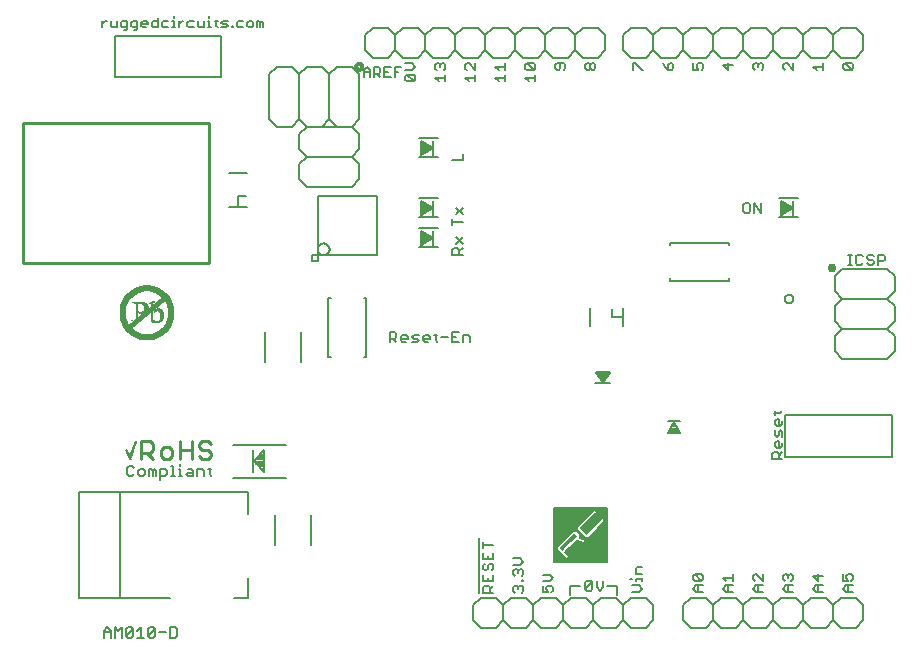
<source format=gto>
G75*
G70*
%OFA0B0*%
%FSLAX24Y24*%
%IPPOS*%
%LPD*%
%AMOC8*
5,1,8,0,0,1.08239X$1,22.5*
%
%ADD10C,0.0070*%
%ADD11C,0.0120*%
%ADD12C,0.0300*%
%ADD13C,0.0060*%
%ADD14C,0.0050*%
%ADD15C,0.0157*%
%ADD16C,0.0197*%
%ADD17R,0.0106X0.0571*%
%ADD18R,0.0035X0.0024*%
%ADD19R,0.0055X0.0024*%
%ADD20R,0.0098X0.0618*%
%ADD21C,0.0010*%
%ADD22C,0.0110*%
%ADD23R,0.0750X0.0330*%
%ADD24R,0.0090X0.0120*%
%ADD25R,0.0600X0.0080*%
%ADD26R,0.0080X0.0080*%
%ADD27C,0.0080*%
%ADD28C,0.0100*%
D10*
X030568Y002185D02*
X030568Y002485D01*
X030898Y002485D01*
X031798Y002485D02*
X032128Y002485D01*
X032128Y002185D01*
D11*
X023438Y019775D02*
X023440Y019795D01*
X023446Y019813D01*
X023455Y019831D01*
X023467Y019846D01*
X023482Y019858D01*
X023500Y019867D01*
X023518Y019873D01*
X023538Y019875D01*
X023558Y019873D01*
X023576Y019867D01*
X023594Y019858D01*
X023609Y019846D01*
X023621Y019831D01*
X023630Y019813D01*
X023636Y019795D01*
X023638Y019775D01*
X023636Y019755D01*
X023630Y019737D01*
X023621Y019719D01*
X023609Y019704D01*
X023594Y019692D01*
X023576Y019683D01*
X023558Y019677D01*
X023538Y019675D01*
X023518Y019677D01*
X023500Y019683D01*
X023482Y019692D01*
X023467Y019704D01*
X023455Y019719D01*
X023446Y019737D01*
X023440Y019755D01*
X023438Y019775D01*
D12*
X039298Y013085D03*
D13*
X039394Y012805D02*
X039644Y013055D01*
X041144Y013055D01*
X041394Y012805D01*
X041394Y012305D01*
X041144Y012055D01*
X039644Y012055D01*
X039394Y011805D01*
X039394Y011305D01*
X039644Y011055D01*
X039394Y010805D01*
X039394Y010305D01*
X039644Y010055D01*
X041144Y010055D01*
X041394Y010305D01*
X041394Y010805D01*
X041144Y011055D01*
X039644Y011055D01*
X041144Y011055D02*
X041394Y011305D01*
X041394Y011805D01*
X041144Y012055D01*
X039644Y012055D02*
X039394Y012305D01*
X039394Y012805D01*
X039843Y013180D02*
X039957Y013180D01*
X039900Y013180D02*
X039900Y013520D01*
X039843Y013520D02*
X039957Y013520D01*
X040089Y013464D02*
X040089Y013237D01*
X040146Y013180D01*
X040259Y013180D01*
X040316Y013237D01*
X040457Y013237D02*
X040514Y013180D01*
X040627Y013180D01*
X040684Y013237D01*
X040684Y013293D01*
X040627Y013350D01*
X040514Y013350D01*
X040457Y013407D01*
X040457Y013464D01*
X040514Y013520D01*
X040627Y013520D01*
X040684Y013464D01*
X040826Y013520D02*
X040996Y013520D01*
X041053Y013464D01*
X041053Y013350D01*
X040996Y013293D01*
X040826Y013293D01*
X040826Y013180D02*
X040826Y013520D01*
X040316Y013464D02*
X040259Y013520D01*
X040146Y013520D01*
X040089Y013464D01*
X038153Y014760D02*
X037524Y014760D01*
X037602Y014839D02*
X037996Y015075D01*
X037602Y015311D01*
X037602Y014839D01*
X037602Y014849D02*
X037619Y014849D01*
X037602Y014908D02*
X037717Y014908D01*
X037814Y014966D02*
X037602Y014966D01*
X037602Y015025D02*
X037912Y015025D01*
X037983Y015083D02*
X037602Y015083D01*
X037602Y015142D02*
X037885Y015142D01*
X037788Y015200D02*
X037602Y015200D01*
X037602Y015259D02*
X037690Y015259D01*
X037524Y015390D02*
X038153Y015390D01*
X037996Y015311D02*
X037996Y014839D01*
X036939Y014905D02*
X036939Y015245D01*
X036712Y015245D02*
X036712Y014905D01*
X036570Y014962D02*
X036570Y015189D01*
X036514Y015245D01*
X036400Y015245D01*
X036343Y015189D01*
X036343Y014962D01*
X036400Y014905D01*
X036514Y014905D01*
X036570Y014962D01*
X036712Y015245D02*
X036939Y014905D01*
X037718Y012046D02*
X037720Y012069D01*
X037726Y012092D01*
X037735Y012113D01*
X037748Y012133D01*
X037764Y012150D01*
X037782Y012164D01*
X037802Y012175D01*
X037824Y012183D01*
X037847Y012187D01*
X037871Y012187D01*
X037894Y012183D01*
X037916Y012175D01*
X037936Y012164D01*
X037954Y012150D01*
X037970Y012133D01*
X037983Y012113D01*
X037992Y012092D01*
X037998Y012069D01*
X038000Y012046D01*
X037998Y012023D01*
X037992Y012000D01*
X037983Y011979D01*
X037970Y011959D01*
X037954Y011942D01*
X037936Y011928D01*
X037916Y011917D01*
X037894Y011909D01*
X037871Y011905D01*
X037847Y011905D01*
X037824Y011909D01*
X037802Y011917D01*
X037782Y011928D01*
X037764Y011942D01*
X037748Y011959D01*
X037735Y011979D01*
X037726Y012000D01*
X037720Y012023D01*
X037718Y012046D01*
X031900Y009592D02*
X031663Y009238D01*
X031427Y009592D01*
X031900Y009592D01*
X031894Y009584D02*
X031433Y009584D01*
X031472Y009526D02*
X031855Y009526D01*
X031816Y009467D02*
X031511Y009467D01*
X031550Y009409D02*
X031777Y009409D01*
X031738Y009350D02*
X031589Y009350D01*
X031628Y009292D02*
X031699Y009292D01*
X031900Y009238D02*
X031408Y009238D01*
X027236Y010600D02*
X027236Y010770D01*
X027179Y010827D01*
X027009Y010827D01*
X027009Y010600D01*
X026867Y010600D02*
X026641Y010600D01*
X026641Y010940D01*
X026867Y010940D01*
X026754Y010770D02*
X026641Y010770D01*
X026499Y010770D02*
X026272Y010770D01*
X026140Y010827D02*
X026027Y010827D01*
X026083Y010884D02*
X026083Y010657D01*
X026140Y010600D01*
X025885Y010713D02*
X025658Y010713D01*
X025658Y010657D02*
X025658Y010770D01*
X025715Y010827D01*
X025829Y010827D01*
X025885Y010770D01*
X025885Y010713D01*
X025829Y010600D02*
X025715Y010600D01*
X025658Y010657D01*
X025517Y010657D02*
X025460Y010713D01*
X025347Y010713D01*
X025290Y010770D01*
X025347Y010827D01*
X025517Y010827D01*
X025517Y010657D02*
X025460Y010600D01*
X025290Y010600D01*
X025149Y010713D02*
X024922Y010713D01*
X024922Y010657D02*
X024922Y010770D01*
X024979Y010827D01*
X025092Y010827D01*
X025149Y010770D01*
X025149Y010713D01*
X025092Y010600D02*
X024979Y010600D01*
X024922Y010657D01*
X024780Y010600D02*
X024667Y010713D01*
X024724Y010713D02*
X024553Y010713D01*
X024553Y010600D02*
X024553Y010940D01*
X024724Y010940D01*
X024780Y010884D01*
X024780Y010770D01*
X024724Y010713D01*
X026643Y013518D02*
X026643Y013689D01*
X026700Y013745D01*
X026813Y013745D01*
X026870Y013689D01*
X026870Y013518D01*
X026983Y013518D02*
X026643Y013518D01*
X026870Y013632D02*
X026983Y013745D01*
X026983Y013887D02*
X026757Y014114D01*
X026983Y014114D02*
X026757Y013887D01*
X026153Y013760D02*
X025524Y013760D01*
X025602Y013839D02*
X025996Y014075D01*
X025602Y014311D01*
X025602Y013839D01*
X025602Y013855D02*
X025629Y013855D01*
X025602Y013913D02*
X025726Y013913D01*
X025824Y013972D02*
X025602Y013972D01*
X025602Y014030D02*
X025921Y014030D01*
X025973Y014089D02*
X025602Y014089D01*
X025602Y014147D02*
X025876Y014147D01*
X025778Y014206D02*
X025602Y014206D01*
X025602Y014264D02*
X025681Y014264D01*
X025524Y014390D02*
X026153Y014390D01*
X025996Y014311D02*
X025996Y013839D01*
X026643Y014493D02*
X026643Y014720D01*
X026643Y014607D02*
X026983Y014607D01*
X026983Y014862D02*
X026757Y015089D01*
X026983Y015089D02*
X026757Y014862D01*
X026153Y014760D02*
X025524Y014760D01*
X025602Y014839D02*
X025996Y015075D01*
X025602Y015311D01*
X025602Y014839D01*
X025602Y014849D02*
X025619Y014849D01*
X025602Y014908D02*
X025717Y014908D01*
X025814Y014966D02*
X025602Y014966D01*
X025602Y015025D02*
X025912Y015025D01*
X025983Y015083D02*
X025602Y015083D01*
X025602Y015142D02*
X025885Y015142D01*
X025788Y015200D02*
X025602Y015200D01*
X025602Y015259D02*
X025690Y015259D01*
X025524Y015390D02*
X026153Y015390D01*
X025996Y015311D02*
X025996Y014839D01*
X023538Y016025D02*
X023288Y015775D01*
X021788Y015775D01*
X021538Y016025D01*
X021538Y016525D01*
X021788Y016775D01*
X023288Y016775D01*
X023538Y017025D01*
X023538Y017525D01*
X023288Y017775D01*
X021788Y017775D01*
X021538Y017525D01*
X021538Y017025D01*
X021788Y016775D01*
X023288Y016775D02*
X023538Y016525D01*
X023538Y016025D01*
X025524Y016760D02*
X026153Y016760D01*
X025996Y016839D02*
X025996Y017311D01*
X026153Y017390D02*
X025524Y017390D01*
X025602Y017311D02*
X025996Y017075D01*
X025602Y016839D01*
X025602Y017311D01*
X025602Y017306D02*
X025611Y017306D01*
X025602Y017248D02*
X025708Y017248D01*
X025806Y017189D02*
X025602Y017189D01*
X025602Y017131D02*
X025903Y017131D01*
X025991Y017072D02*
X025602Y017072D01*
X025602Y017014D02*
X025894Y017014D01*
X025796Y016955D02*
X025602Y016955D01*
X025602Y016897D02*
X025699Y016897D01*
X026643Y016662D02*
X026983Y016662D01*
X026983Y016889D01*
X023538Y018025D02*
X023288Y017775D01*
X022788Y017775D01*
X022538Y018025D01*
X022538Y019525D01*
X022288Y019775D01*
X021788Y019775D01*
X021538Y019525D01*
X021288Y019775D01*
X020788Y019775D01*
X020538Y019525D01*
X020538Y018025D01*
X020788Y017775D01*
X021288Y017775D01*
X021538Y018025D01*
X021538Y019525D01*
X022538Y019525D02*
X022788Y019775D01*
X023288Y019775D01*
X023538Y019525D01*
X023538Y018025D01*
X022538Y018025D02*
X022288Y017775D01*
X021788Y017775D01*
X021538Y018025D01*
X025068Y019352D02*
X025068Y019465D01*
X025125Y019522D01*
X025352Y019295D01*
X025408Y019352D01*
X025408Y019465D01*
X025352Y019522D01*
X025125Y019522D01*
X025068Y019663D02*
X025295Y019663D01*
X025408Y019777D01*
X025295Y019890D01*
X025068Y019890D01*
X024927Y019760D02*
X024721Y019760D01*
X024721Y019450D01*
X024587Y019450D02*
X024380Y019450D01*
X024380Y019760D01*
X024587Y019760D01*
X024483Y019605D02*
X024380Y019605D01*
X024246Y019605D02*
X024194Y019553D01*
X024039Y019553D01*
X024039Y019450D02*
X024039Y019760D01*
X024194Y019760D01*
X024246Y019709D01*
X024246Y019605D01*
X024143Y019553D02*
X024246Y019450D01*
X023905Y019450D02*
X023905Y019657D01*
X023802Y019760D01*
X023698Y019657D01*
X023698Y019450D01*
X023698Y019605D02*
X023905Y019605D01*
X024721Y019605D02*
X024824Y019605D01*
X025068Y019352D02*
X025125Y019295D01*
X025352Y019295D01*
X026068Y019408D02*
X026408Y019408D01*
X026408Y019295D02*
X026408Y019522D01*
X026352Y019663D02*
X026408Y019720D01*
X026408Y019833D01*
X026352Y019890D01*
X026295Y019890D01*
X026238Y019833D01*
X026238Y019777D01*
X026238Y019833D02*
X026182Y019890D01*
X026125Y019890D01*
X026068Y019833D01*
X026068Y019720D01*
X026125Y019663D01*
X025988Y020075D02*
X025738Y020325D01*
X025488Y020075D01*
X024988Y020075D01*
X024738Y020325D01*
X024488Y020075D01*
X023988Y020075D01*
X023738Y020325D01*
X023738Y020825D01*
X023988Y021075D01*
X024488Y021075D01*
X024738Y020825D01*
X024988Y021075D01*
X025488Y021075D01*
X025738Y020825D01*
X025988Y021075D01*
X026488Y021075D01*
X026738Y020825D01*
X026988Y021075D01*
X027488Y021075D01*
X027738Y020825D01*
X027988Y021075D01*
X028488Y021075D01*
X028738Y020825D01*
X028988Y021075D01*
X029488Y021075D01*
X029738Y020825D01*
X029988Y021075D01*
X030488Y021075D01*
X030738Y020825D01*
X030988Y021075D01*
X031488Y021075D01*
X031738Y020825D01*
X031738Y020325D01*
X031488Y020075D01*
X030988Y020075D01*
X030738Y020325D01*
X030488Y020075D01*
X029988Y020075D01*
X029738Y020325D01*
X029738Y020825D01*
X028738Y020825D02*
X028738Y020325D01*
X028488Y020075D01*
X027988Y020075D01*
X027738Y020325D01*
X027488Y020075D01*
X026988Y020075D01*
X026738Y020325D01*
X026738Y020825D01*
X025738Y020825D02*
X025738Y020325D01*
X025988Y020075D02*
X026488Y020075D01*
X026738Y020325D01*
X027125Y019890D02*
X027068Y019833D01*
X027068Y019720D01*
X027125Y019663D01*
X027125Y019890D02*
X027182Y019890D01*
X027408Y019663D01*
X027408Y019890D01*
X027738Y020325D02*
X027738Y020825D01*
X028738Y020325D02*
X028988Y020075D01*
X029488Y020075D01*
X029738Y020325D01*
X030125Y019897D02*
X030068Y019840D01*
X030068Y019727D01*
X030125Y019670D01*
X030182Y019670D01*
X030238Y019727D01*
X030238Y019897D01*
X030125Y019897D02*
X030352Y019897D01*
X030408Y019840D01*
X030408Y019727D01*
X030352Y019670D01*
X031068Y019727D02*
X031068Y019840D01*
X031125Y019897D01*
X031182Y019897D01*
X031238Y019840D01*
X031238Y019727D01*
X031182Y019670D01*
X031125Y019670D01*
X031068Y019727D01*
X031238Y019727D02*
X031295Y019670D01*
X031352Y019670D01*
X031408Y019727D01*
X031408Y019840D01*
X031352Y019897D01*
X031295Y019897D01*
X031238Y019840D01*
X030738Y020325D02*
X030738Y020825D01*
X032338Y020825D02*
X032588Y021075D01*
X033088Y021075D01*
X033338Y020825D01*
X033588Y021075D01*
X034088Y021075D01*
X034338Y020825D01*
X034588Y021075D01*
X035088Y021075D01*
X035338Y020825D01*
X035588Y021075D01*
X036088Y021075D01*
X036338Y020825D01*
X036588Y021075D01*
X037088Y021075D01*
X037338Y020825D01*
X037588Y021075D01*
X038088Y021075D01*
X038338Y020825D01*
X038588Y021075D01*
X039088Y021075D01*
X039338Y020825D01*
X039588Y021075D01*
X040088Y021075D01*
X040338Y020825D01*
X040338Y020325D01*
X040088Y020075D01*
X039588Y020075D01*
X039338Y020325D01*
X039088Y020075D01*
X038588Y020075D01*
X038338Y020325D01*
X038338Y020825D01*
X039338Y020825D02*
X039338Y020325D01*
X039008Y019897D02*
X039008Y019670D01*
X039008Y019783D02*
X038668Y019783D01*
X038782Y019670D01*
X038008Y019670D02*
X037782Y019897D01*
X037725Y019897D01*
X037668Y019840D01*
X037668Y019727D01*
X037725Y019670D01*
X038008Y019670D02*
X038008Y019897D01*
X038088Y020075D02*
X037588Y020075D01*
X037338Y020325D01*
X037088Y020075D01*
X036588Y020075D01*
X036338Y020325D01*
X036088Y020075D01*
X035588Y020075D01*
X035338Y020325D01*
X035338Y020825D01*
X036338Y020825D02*
X036338Y020325D01*
X036725Y019897D02*
X036782Y019897D01*
X036838Y019840D01*
X036895Y019897D01*
X036952Y019897D01*
X037008Y019840D01*
X037008Y019727D01*
X036952Y019670D01*
X036838Y019783D02*
X036838Y019840D01*
X036725Y019897D02*
X036668Y019840D01*
X036668Y019727D01*
X036725Y019670D01*
X036008Y019840D02*
X035668Y019840D01*
X035838Y019670D01*
X035838Y019897D01*
X035338Y020325D02*
X035088Y020075D01*
X034588Y020075D01*
X034338Y020325D01*
X034088Y020075D01*
X033588Y020075D01*
X033338Y020325D01*
X033088Y020075D01*
X032588Y020075D01*
X032338Y020325D01*
X032338Y020825D01*
X033338Y020825D02*
X033338Y020325D01*
X033668Y019897D02*
X033725Y019783D01*
X033838Y019670D01*
X033838Y019840D01*
X033895Y019897D01*
X033952Y019897D01*
X034008Y019840D01*
X034008Y019727D01*
X033952Y019670D01*
X033838Y019670D01*
X033008Y019670D02*
X032952Y019670D01*
X032725Y019897D01*
X032668Y019897D01*
X032668Y019670D01*
X034338Y020325D02*
X034338Y020825D01*
X034668Y019897D02*
X034668Y019670D01*
X034838Y019670D01*
X034782Y019783D01*
X034782Y019840D01*
X034838Y019897D01*
X034952Y019897D01*
X035008Y019840D01*
X035008Y019727D01*
X034952Y019670D01*
X037338Y020325D02*
X037338Y020825D01*
X038088Y020075D02*
X038338Y020325D01*
X039668Y019840D02*
X039725Y019897D01*
X039952Y019670D01*
X040008Y019727D01*
X040008Y019840D01*
X039952Y019897D01*
X039725Y019897D01*
X039668Y019840D02*
X039668Y019727D01*
X039725Y019670D01*
X039952Y019670D01*
X029408Y019720D02*
X029352Y019663D01*
X029125Y019890D01*
X029352Y019890D01*
X029408Y019833D01*
X029408Y019720D01*
X029352Y019663D02*
X029125Y019663D01*
X029068Y019720D01*
X029068Y019833D01*
X029125Y019890D01*
X028408Y019890D02*
X028408Y019663D01*
X028408Y019777D02*
X028068Y019777D01*
X028182Y019663D01*
X028408Y019522D02*
X028408Y019295D01*
X028408Y019408D02*
X028068Y019408D01*
X028182Y019295D01*
X027408Y019295D02*
X027408Y019522D01*
X027408Y019408D02*
X027068Y019408D01*
X027182Y019295D01*
X026182Y019295D02*
X026068Y019408D01*
X024738Y020325D02*
X024738Y020825D01*
X020342Y021095D02*
X020342Y021250D01*
X020291Y021302D01*
X020239Y021250D01*
X020239Y021095D01*
X020136Y021095D02*
X020136Y021302D01*
X020187Y021302D01*
X020239Y021250D01*
X020002Y021250D02*
X019950Y021302D01*
X019847Y021302D01*
X019795Y021250D01*
X019795Y021147D01*
X019847Y021095D01*
X019950Y021095D01*
X020002Y021147D01*
X020002Y021250D01*
X019661Y021302D02*
X019506Y021302D01*
X019454Y021250D01*
X019454Y021147D01*
X019506Y021095D01*
X019661Y021095D01*
X019336Y021095D02*
X019284Y021095D01*
X019284Y021147D01*
X019336Y021147D01*
X019336Y021095D01*
X019150Y021147D02*
X019098Y021198D01*
X018995Y021198D01*
X018943Y021250D01*
X018995Y021302D01*
X019150Y021302D01*
X019150Y021147D02*
X019098Y021095D01*
X018943Y021095D01*
X018819Y021095D02*
X018768Y021147D01*
X018768Y021354D01*
X018819Y021302D02*
X018716Y021302D01*
X018541Y021302D02*
X018541Y021095D01*
X018592Y021095D02*
X018489Y021095D01*
X018355Y021095D02*
X018355Y021302D01*
X018489Y021302D02*
X018541Y021302D01*
X018541Y021405D02*
X018541Y021457D01*
X018355Y021095D02*
X018200Y021095D01*
X018148Y021147D01*
X018148Y021302D01*
X018014Y021302D02*
X017859Y021302D01*
X017808Y021250D01*
X017808Y021147D01*
X017859Y021095D01*
X018014Y021095D01*
X017679Y021302D02*
X017627Y021302D01*
X017524Y021198D01*
X017524Y021095D02*
X017524Y021302D01*
X017348Y021302D02*
X017348Y021095D01*
X017297Y021095D02*
X017400Y021095D01*
X017348Y021302D02*
X017297Y021302D01*
X017348Y021405D02*
X017348Y021457D01*
X017163Y021302D02*
X017008Y021302D01*
X016956Y021250D01*
X016956Y021147D01*
X017008Y021095D01*
X017163Y021095D01*
X016822Y021095D02*
X016822Y021405D01*
X016822Y021302D02*
X016667Y021302D01*
X016615Y021250D01*
X016615Y021147D01*
X016667Y021095D01*
X016822Y021095D01*
X016481Y021198D02*
X016274Y021198D01*
X016274Y021147D02*
X016274Y021250D01*
X016326Y021302D01*
X016430Y021302D01*
X016481Y021250D01*
X016481Y021198D01*
X016430Y021095D02*
X016326Y021095D01*
X016274Y021147D01*
X016141Y021095D02*
X015985Y021095D01*
X015934Y021147D01*
X015934Y021250D01*
X015985Y021302D01*
X016141Y021302D01*
X016141Y021043D01*
X016089Y020992D01*
X016037Y020992D01*
X015800Y021043D02*
X015748Y020992D01*
X015696Y020992D01*
X015645Y021095D02*
X015800Y021095D01*
X015800Y021043D02*
X015800Y021302D01*
X015645Y021302D01*
X015593Y021250D01*
X015593Y021147D01*
X015645Y021095D01*
X015459Y021095D02*
X015459Y021302D01*
X015252Y021302D02*
X015252Y021147D01*
X015304Y021095D01*
X015459Y021095D01*
X015124Y021302D02*
X015072Y021302D01*
X014968Y021198D01*
X014968Y021095D02*
X014968Y021302D01*
X029068Y019408D02*
X029408Y019408D01*
X029408Y019295D02*
X029408Y019522D01*
X029182Y019295D02*
X029068Y019408D01*
X037407Y008292D02*
X037407Y008178D01*
X037350Y008235D02*
X037577Y008235D01*
X037633Y008292D01*
X037520Y008037D02*
X037463Y008037D01*
X037407Y007980D01*
X037407Y007867D01*
X037463Y007810D01*
X037577Y007810D01*
X037633Y007867D01*
X037633Y007980D01*
X037520Y008037D02*
X037520Y007810D01*
X037577Y007668D02*
X037520Y007612D01*
X037520Y007498D01*
X037463Y007442D01*
X037407Y007498D01*
X037407Y007668D01*
X037577Y007668D02*
X037633Y007612D01*
X037633Y007442D01*
X037520Y007300D02*
X037463Y007300D01*
X037407Y007243D01*
X037407Y007130D01*
X037463Y007073D01*
X037577Y007073D01*
X037633Y007130D01*
X037633Y007243D01*
X037520Y007300D02*
X037520Y007073D01*
X037463Y006932D02*
X037520Y006875D01*
X037520Y006705D01*
X037520Y006818D02*
X037633Y006932D01*
X037463Y006932D02*
X037350Y006932D01*
X037293Y006875D01*
X037293Y006705D01*
X037633Y006705D01*
X031799Y005065D02*
X031576Y004842D01*
X031714Y004704D01*
X031714Y004598D01*
X030473Y003357D01*
X030547Y003283D01*
X031799Y003283D01*
X031799Y005065D01*
X031788Y005054D02*
X031555Y004863D01*
X031555Y004885D01*
X031438Y005001D01*
X031396Y005001D01*
X031332Y005065D01*
X031778Y005065D01*
X031788Y005054D01*
X031799Y005021D02*
X031755Y005021D01*
X031748Y005021D02*
X031376Y005021D01*
X031352Y005021D02*
X030028Y005021D01*
X030028Y005054D02*
X030028Y003718D01*
X030038Y003707D01*
X031385Y005054D01*
X030028Y005054D01*
X030038Y005065D02*
X031322Y005054D01*
X031311Y005065D01*
X030038Y005065D01*
X030028Y004963D02*
X031293Y004963D01*
X031329Y004984D02*
X031385Y004998D01*
X031428Y004984D01*
X031703Y004708D01*
X031703Y004595D01*
X031194Y004086D01*
X031159Y004064D01*
X031152Y004071D01*
X031081Y004071D01*
X031081Y004015D02*
X030918Y004121D01*
X030897Y004114D02*
X030897Y004170D01*
X030890Y004107D01*
X030883Y004071D01*
X031053Y004015D01*
X031081Y003972D01*
X031017Y003909D01*
X031017Y003895D01*
X030784Y003972D01*
X030402Y003591D01*
X030551Y003442D01*
X030480Y003371D01*
X030499Y003383D02*
X031799Y003383D01*
X031799Y003325D02*
X030506Y003325D01*
X030505Y003283D02*
X030038Y003283D01*
X030028Y003294D01*
X030028Y003760D01*
X030505Y003283D01*
X030526Y003283D02*
X030547Y003283D01*
X030463Y003325D02*
X030028Y003325D01*
X030028Y003383D02*
X030405Y003383D01*
X030438Y003357D02*
X030119Y003675D01*
X030119Y003774D01*
X030657Y004312D01*
X030724Y004322D01*
X030798Y004298D01*
X031081Y004015D01*
X031124Y004015D02*
X030805Y004333D01*
X030791Y004361D01*
X030791Y004375D01*
X030770Y004411D01*
X030763Y004418D01*
X031329Y004984D01*
X031235Y004904D02*
X030028Y004904D01*
X030028Y004846D02*
X031176Y004846D01*
X031118Y004787D02*
X030028Y004787D01*
X030028Y004729D02*
X031059Y004729D01*
X031001Y004670D02*
X030028Y004670D01*
X030028Y004612D02*
X030942Y004612D01*
X030884Y004553D02*
X030028Y004553D01*
X030028Y004495D02*
X030825Y004495D01*
X030795Y004421D02*
X030795Y004379D01*
X030763Y004375D02*
X030735Y004347D01*
X030784Y004312D01*
X030798Y004298D01*
X030855Y004241D01*
X030890Y004177D01*
X030897Y004170D01*
X030897Y004199D01*
X030855Y004241D01*
X030784Y004312D02*
X030777Y004319D01*
X030664Y004319D01*
X030657Y004312D01*
X030650Y004319D02*
X030028Y004319D01*
X030028Y004261D02*
X030591Y004261D01*
X030533Y004202D02*
X030028Y004202D01*
X030028Y004144D02*
X030474Y004144D01*
X030416Y004085D02*
X030028Y004085D01*
X030028Y004027D02*
X030357Y004027D01*
X030299Y003968D02*
X030028Y003968D01*
X030028Y003910D02*
X030240Y003910D01*
X030182Y003851D02*
X030028Y003851D01*
X030028Y003793D02*
X030123Y003793D01*
X030065Y003734D02*
X030028Y003734D01*
X030054Y003734D01*
X030028Y003676D02*
X030112Y003676D01*
X030171Y003617D02*
X030028Y003617D01*
X030028Y003559D02*
X030229Y003559D01*
X030288Y003500D02*
X030028Y003500D01*
X030028Y003442D02*
X030346Y003442D01*
X030473Y003576D02*
X030459Y003591D01*
X030798Y003930D01*
X030954Y003888D01*
X030558Y003492D01*
X030473Y003576D01*
X030491Y003559D02*
X030625Y003559D01*
X030674Y003559D02*
X031799Y003559D01*
X031799Y003617D02*
X030733Y003617D01*
X030683Y003617D02*
X030485Y003617D01*
X030544Y003676D02*
X030742Y003676D01*
X030791Y003676D02*
X031799Y003676D01*
X031799Y003734D02*
X030850Y003734D01*
X030800Y003734D02*
X030602Y003734D01*
X030661Y003793D02*
X030859Y003793D01*
X030908Y003793D02*
X031799Y003793D01*
X031799Y003851D02*
X030967Y003851D01*
X030917Y003851D02*
X030719Y003851D01*
X030778Y003910D02*
X030873Y003910D01*
X031025Y003910D02*
X031799Y003910D01*
X031799Y003968D02*
X031084Y003968D01*
X031142Y004027D02*
X031799Y004027D01*
X031799Y004085D02*
X031201Y004085D01*
X031259Y004144D02*
X031799Y004144D01*
X031799Y004202D02*
X031318Y004202D01*
X031376Y004261D02*
X031799Y004261D01*
X031799Y004319D02*
X031435Y004319D01*
X031493Y004378D02*
X031799Y004378D01*
X031799Y004436D02*
X031552Y004436D01*
X031610Y004495D02*
X031799Y004495D01*
X031799Y004553D02*
X031669Y004553D01*
X031714Y004612D02*
X031799Y004612D01*
X031799Y004670D02*
X031714Y004670D01*
X031690Y004729D02*
X031799Y004729D01*
X031799Y004787D02*
X031631Y004787D01*
X031633Y004722D02*
X031442Y004913D01*
X031477Y004963D02*
X031676Y004963D01*
X031696Y004963D02*
X031799Y004963D01*
X031799Y004904D02*
X031638Y004904D01*
X031605Y004904D02*
X031535Y004904D01*
X031579Y004846D02*
X031799Y004846D01*
X030767Y004436D02*
X030028Y004436D01*
X030028Y004378D02*
X030708Y004378D01*
X030763Y004375D02*
X030805Y004333D01*
X030713Y004184D02*
X030749Y004149D01*
X030749Y004135D01*
X030303Y003690D01*
X030282Y003711D01*
X030261Y003732D02*
X030713Y004184D01*
X030616Y003500D02*
X031799Y003500D01*
X031799Y003442D02*
X030557Y003442D01*
X030549Y003500D02*
X030566Y003500D01*
X029013Y003289D02*
X028900Y003176D01*
X028673Y003176D01*
X028730Y003034D02*
X028787Y003034D01*
X028843Y002978D01*
X028900Y003034D01*
X028957Y003034D01*
X029013Y002978D01*
X029013Y002864D01*
X028957Y002807D01*
X028957Y002680D02*
X029013Y002680D01*
X029013Y002623D01*
X028957Y002623D01*
X028957Y002680D01*
X028957Y002482D02*
X029013Y002425D01*
X029013Y002312D01*
X028957Y002255D01*
X028843Y002368D02*
X028843Y002425D01*
X028900Y002482D01*
X028957Y002482D01*
X028843Y002425D02*
X028787Y002482D01*
X028730Y002482D01*
X028673Y002425D01*
X028673Y002312D01*
X028730Y002255D01*
X028588Y002075D02*
X029088Y002075D01*
X029338Y001825D01*
X029338Y001325D01*
X029088Y001075D01*
X028588Y001075D01*
X028338Y001325D01*
X028088Y001075D01*
X027588Y001075D01*
X027338Y001325D01*
X027338Y001825D01*
X027588Y002075D01*
X028088Y002075D01*
X028338Y001825D01*
X028588Y002075D01*
X028338Y001825D02*
X028338Y001325D01*
X029338Y001325D02*
X029588Y001075D01*
X030088Y001075D01*
X030338Y001325D01*
X030588Y001075D01*
X031088Y001075D01*
X031338Y001325D01*
X031588Y001075D01*
X032088Y001075D01*
X032338Y001325D01*
X032588Y001075D01*
X033088Y001075D01*
X033338Y001325D01*
X033338Y001825D01*
X033088Y002075D01*
X032588Y002075D01*
X032338Y001825D01*
X032338Y001325D01*
X032338Y001825D02*
X032088Y002075D01*
X031588Y002075D01*
X031338Y001825D01*
X031338Y001325D01*
X030338Y001325D02*
X030338Y001825D01*
X030588Y002075D01*
X031088Y002075D01*
X031338Y001825D01*
X030338Y001825D02*
X030088Y002075D01*
X029588Y002075D01*
X029338Y001825D01*
X029658Y002260D02*
X029828Y002260D01*
X029772Y002373D01*
X029772Y002430D01*
X029828Y002487D01*
X029942Y002487D01*
X029998Y002430D01*
X029998Y002317D01*
X029942Y002260D01*
X029658Y002260D02*
X029658Y002487D01*
X029658Y002628D02*
X029885Y002628D01*
X029998Y002742D01*
X029885Y002855D01*
X029658Y002855D01*
X028843Y002921D02*
X028843Y002978D01*
X028730Y003034D02*
X028673Y002978D01*
X028673Y002864D01*
X028730Y002807D01*
X028003Y002850D02*
X028003Y002623D01*
X027663Y002623D01*
X027663Y002850D01*
X027720Y002992D02*
X027777Y002992D01*
X027833Y003048D01*
X027833Y003162D01*
X027890Y003218D01*
X027947Y003218D01*
X028003Y003162D01*
X028003Y003048D01*
X027947Y002992D01*
X027720Y002992D02*
X027663Y003048D01*
X027663Y003162D01*
X027720Y003218D01*
X027663Y003360D02*
X028003Y003360D01*
X028003Y003587D01*
X027833Y003473D02*
X027833Y003360D01*
X027663Y003360D02*
X027663Y003587D01*
X027663Y003728D02*
X027663Y003955D01*
X027663Y003842D02*
X028003Y003842D01*
X027543Y004067D02*
X027543Y002225D01*
X027663Y002255D02*
X027663Y002425D01*
X027720Y002482D01*
X027833Y002482D01*
X027890Y002425D01*
X027890Y002255D01*
X027890Y002368D02*
X028003Y002482D01*
X027833Y002623D02*
X027833Y002737D01*
X028003Y002255D02*
X027663Y002255D01*
X031078Y002372D02*
X031305Y002599D01*
X031305Y002372D01*
X031249Y002315D01*
X031135Y002315D01*
X031078Y002372D01*
X031078Y002599D01*
X031135Y002655D01*
X031249Y002655D01*
X031305Y002599D01*
X031447Y002655D02*
X031447Y002428D01*
X031560Y002315D01*
X031674Y002428D01*
X031674Y002655D01*
X032576Y002690D02*
X032633Y002690D01*
X032747Y002690D02*
X032973Y002690D01*
X032973Y002633D02*
X032973Y002747D01*
X032973Y002879D02*
X032747Y002879D01*
X032747Y003049D01*
X032803Y003106D01*
X032973Y003106D01*
X032747Y002690D02*
X032747Y002633D01*
X032860Y002492D02*
X032633Y002492D01*
X032633Y002265D02*
X032860Y002265D01*
X032973Y002378D01*
X032860Y002492D01*
X034338Y001825D02*
X034588Y002075D01*
X035088Y002075D01*
X035338Y001825D01*
X035588Y002075D01*
X036088Y002075D01*
X036338Y001825D01*
X036338Y001325D01*
X036088Y001075D01*
X035588Y001075D01*
X035338Y001325D01*
X035088Y001075D01*
X034588Y001075D01*
X034338Y001325D01*
X034338Y001825D01*
X034772Y002265D02*
X034658Y002378D01*
X034772Y002492D01*
X034998Y002492D01*
X034942Y002633D02*
X034715Y002860D01*
X034942Y002860D01*
X034998Y002803D01*
X034998Y002690D01*
X034942Y002633D01*
X034715Y002633D01*
X034658Y002690D01*
X034658Y002803D01*
X034715Y002860D01*
X035658Y002747D02*
X035998Y002747D01*
X035998Y002860D02*
X035998Y002633D01*
X035998Y002492D02*
X035772Y002492D01*
X035658Y002378D01*
X035772Y002265D01*
X035998Y002265D01*
X035828Y002265D02*
X035828Y002492D01*
X035772Y002633D02*
X035658Y002747D01*
X034828Y002492D02*
X034828Y002265D01*
X034772Y002265D02*
X034998Y002265D01*
X035338Y001825D02*
X035338Y001325D01*
X036338Y001325D02*
X036588Y001075D01*
X037088Y001075D01*
X037338Y001325D01*
X037588Y001075D01*
X038088Y001075D01*
X038338Y001325D01*
X038588Y001075D01*
X039088Y001075D01*
X039338Y001325D01*
X039588Y001075D01*
X040088Y001075D01*
X040338Y001325D01*
X040338Y001825D01*
X040088Y002075D01*
X039588Y002075D01*
X039338Y001825D01*
X039338Y001325D01*
X038338Y001325D02*
X038338Y001825D01*
X038588Y002075D01*
X039088Y002075D01*
X039338Y001825D01*
X038338Y001825D02*
X038088Y002075D01*
X037588Y002075D01*
X037338Y001825D01*
X037338Y001325D01*
X037338Y001825D02*
X037088Y002075D01*
X036588Y002075D01*
X036338Y001825D01*
X036772Y002265D02*
X036658Y002378D01*
X036772Y002492D01*
X036998Y002492D01*
X036998Y002633D02*
X036772Y002860D01*
X036715Y002860D01*
X036658Y002803D01*
X036658Y002690D01*
X036715Y002633D01*
X036828Y002492D02*
X036828Y002265D01*
X036772Y002265D02*
X036998Y002265D01*
X037658Y002378D02*
X037772Y002492D01*
X037998Y002492D01*
X037942Y002633D02*
X037998Y002690D01*
X037998Y002803D01*
X037942Y002860D01*
X037885Y002860D01*
X037828Y002803D01*
X037828Y002747D01*
X037828Y002803D02*
X037772Y002860D01*
X037715Y002860D01*
X037658Y002803D01*
X037658Y002690D01*
X037715Y002633D01*
X037828Y002492D02*
X037828Y002265D01*
X037772Y002265D02*
X037658Y002378D01*
X037772Y002265D02*
X037998Y002265D01*
X038658Y002378D02*
X038772Y002492D01*
X038998Y002492D01*
X038828Y002492D02*
X038828Y002265D01*
X038772Y002265D02*
X038658Y002378D01*
X038772Y002265D02*
X038998Y002265D01*
X039658Y002378D02*
X039772Y002492D01*
X039998Y002492D01*
X039942Y002633D02*
X039998Y002690D01*
X039998Y002803D01*
X039942Y002860D01*
X039828Y002860D01*
X039772Y002803D01*
X039772Y002747D01*
X039828Y002633D01*
X039658Y002633D01*
X039658Y002860D01*
X038998Y002803D02*
X038658Y002803D01*
X038828Y002633D01*
X038828Y002860D01*
X039658Y002378D02*
X039772Y002265D01*
X039998Y002265D01*
X039828Y002265D02*
X039828Y002492D01*
X036998Y002633D02*
X036998Y002860D01*
X029013Y003289D02*
X028900Y003403D01*
X028673Y003403D01*
X018613Y006135D02*
X018556Y006192D01*
X018556Y006419D01*
X018499Y006362D02*
X018613Y006362D01*
X018358Y006305D02*
X018358Y006135D01*
X018358Y006305D02*
X018301Y006362D01*
X018131Y006362D01*
X018131Y006135D01*
X017990Y006135D02*
X017820Y006135D01*
X017763Y006192D01*
X017820Y006248D01*
X017990Y006248D01*
X017990Y006305D02*
X017990Y006135D01*
X017990Y006305D02*
X017933Y006362D01*
X017820Y006362D01*
X017574Y006362D02*
X017574Y006135D01*
X017517Y006135D02*
X017631Y006135D01*
X017574Y006362D02*
X017517Y006362D01*
X017574Y006475D02*
X017574Y006532D01*
X017328Y006475D02*
X017328Y006135D01*
X017272Y006135D02*
X017385Y006135D01*
X017130Y006192D02*
X017074Y006135D01*
X016903Y006135D01*
X016903Y006022D02*
X016903Y006362D01*
X017074Y006362D01*
X017130Y006305D01*
X017130Y006192D01*
X016762Y006135D02*
X016762Y006305D01*
X016705Y006362D01*
X016649Y006305D01*
X016649Y006135D01*
X016535Y006135D02*
X016535Y006362D01*
X016592Y006362D01*
X016649Y006305D01*
X016394Y006305D02*
X016337Y006362D01*
X016224Y006362D01*
X016167Y006305D01*
X016167Y006192D01*
X016224Y006135D01*
X016337Y006135D01*
X016394Y006192D01*
X016394Y006305D01*
X016025Y006192D02*
X015969Y006135D01*
X015855Y006135D01*
X015798Y006192D01*
X015798Y006419D01*
X015855Y006475D01*
X015969Y006475D01*
X016025Y006419D01*
X015908Y006695D02*
X016098Y007295D01*
X015898Y006795D01*
X015768Y007005D01*
X015908Y006695D01*
X015916Y006718D02*
X015898Y006718D01*
X015872Y006776D02*
X015934Y006776D01*
X015953Y006835D02*
X015914Y006835D01*
X015874Y006835D02*
X015845Y006835D01*
X015838Y006893D02*
X015819Y006893D01*
X015802Y006952D02*
X015793Y006952D01*
X015938Y006893D02*
X015971Y006893D01*
X015961Y006952D02*
X015990Y006952D01*
X015984Y007010D02*
X016008Y007010D01*
X016008Y007069D02*
X016027Y007069D01*
X016031Y007127D02*
X016045Y007127D01*
X016055Y007186D02*
X016064Y007186D01*
X016078Y007244D02*
X016082Y007244D01*
X017272Y006475D02*
X017328Y006475D01*
X017409Y001095D02*
X017238Y001095D01*
X017238Y000755D01*
X017409Y000755D01*
X017465Y000812D01*
X017465Y001039D01*
X017409Y001095D01*
X017097Y000925D02*
X016870Y000925D01*
X016729Y000812D02*
X016672Y000755D01*
X016558Y000755D01*
X016502Y000812D01*
X016729Y001039D01*
X016729Y000812D01*
X016729Y001039D02*
X016672Y001095D01*
X016558Y001095D01*
X016502Y001039D01*
X016502Y000812D01*
X016360Y000755D02*
X016133Y000755D01*
X016247Y000755D02*
X016247Y001095D01*
X016133Y000982D01*
X015992Y001039D02*
X015765Y000812D01*
X015822Y000755D01*
X015935Y000755D01*
X015992Y000812D01*
X015992Y001039D01*
X015935Y001095D01*
X015822Y001095D01*
X015765Y001039D01*
X015765Y000812D01*
X015624Y000755D02*
X015624Y001095D01*
X015510Y000982D01*
X015397Y001095D01*
X015397Y000755D01*
X015255Y000755D02*
X015255Y000982D01*
X015142Y001095D01*
X015028Y000982D01*
X015028Y000755D01*
X015028Y000925D02*
X015255Y000925D01*
D14*
X014185Y002073D02*
X017245Y002073D01*
X015555Y002083D02*
X015555Y005617D01*
X014185Y005617D01*
X014185Y002073D01*
X019370Y002073D02*
X019815Y002073D01*
X019815Y002750D01*
X019815Y004875D02*
X019815Y005617D01*
X015555Y005617D01*
X037746Y006786D02*
X037746Y008164D01*
X041290Y008164D01*
X041290Y006786D01*
X037746Y006786D01*
X022154Y013304D02*
X021957Y013304D01*
X021957Y013501D01*
X022154Y013501D01*
X022154Y013304D01*
X022154Y013501D02*
X024123Y013501D01*
X024123Y015469D01*
X022154Y015469D01*
X022154Y013501D01*
X022154Y013698D02*
X022156Y013725D01*
X022162Y013752D01*
X022171Y013778D01*
X022184Y013802D01*
X022200Y013825D01*
X022219Y013844D01*
X022241Y013861D01*
X022265Y013875D01*
X022290Y013885D01*
X022317Y013892D01*
X022344Y013895D01*
X022372Y013894D01*
X022399Y013889D01*
X022425Y013881D01*
X022449Y013869D01*
X022472Y013853D01*
X022493Y013835D01*
X022510Y013814D01*
X022525Y013790D01*
X022536Y013765D01*
X022544Y013739D01*
X022548Y013712D01*
X022548Y013684D01*
X022544Y013657D01*
X022536Y013631D01*
X022525Y013606D01*
X022510Y013582D01*
X022493Y013561D01*
X022472Y013543D01*
X022450Y013527D01*
X022425Y013515D01*
X022399Y013507D01*
X022372Y013502D01*
X022344Y013501D01*
X022317Y013504D01*
X022290Y013511D01*
X022265Y013521D01*
X022241Y013535D01*
X022219Y013552D01*
X022200Y013571D01*
X022184Y013594D01*
X022171Y013618D01*
X022162Y013644D01*
X022156Y013671D01*
X022154Y013698D01*
X018940Y019426D02*
X015396Y019426D01*
X015396Y020804D01*
X018940Y020804D01*
X018940Y019426D01*
D15*
X017018Y012071D02*
X015873Y011111D01*
D16*
X015648Y011579D02*
X015650Y011636D01*
X015656Y011692D01*
X015666Y011748D01*
X015680Y011804D01*
X015697Y011858D01*
X015718Y011910D01*
X015743Y011962D01*
X015772Y012011D01*
X015804Y012058D01*
X015839Y012103D01*
X015877Y012145D01*
X015918Y012185D01*
X015961Y012221D01*
X016007Y012255D01*
X016055Y012285D01*
X016106Y012312D01*
X016158Y012335D01*
X016211Y012354D01*
X016266Y012370D01*
X016321Y012382D01*
X016378Y012390D01*
X016435Y012394D01*
X016491Y012394D01*
X016548Y012390D01*
X016605Y012382D01*
X016660Y012370D01*
X016715Y012354D01*
X016768Y012335D01*
X016820Y012312D01*
X016870Y012285D01*
X016919Y012255D01*
X016965Y012221D01*
X017008Y012185D01*
X017049Y012145D01*
X017087Y012103D01*
X017122Y012058D01*
X017154Y012011D01*
X017183Y011962D01*
X017208Y011910D01*
X017229Y011858D01*
X017246Y011804D01*
X017260Y011748D01*
X017270Y011692D01*
X017276Y011636D01*
X017278Y011579D01*
X017276Y011522D01*
X017270Y011466D01*
X017260Y011410D01*
X017246Y011354D01*
X017229Y011300D01*
X017208Y011248D01*
X017183Y011196D01*
X017154Y011147D01*
X017122Y011100D01*
X017087Y011055D01*
X017049Y011013D01*
X017008Y010973D01*
X016965Y010937D01*
X016919Y010903D01*
X016871Y010873D01*
X016820Y010846D01*
X016768Y010823D01*
X016715Y010804D01*
X016660Y010788D01*
X016605Y010776D01*
X016548Y010768D01*
X016491Y010764D01*
X016435Y010764D01*
X016378Y010768D01*
X016321Y010776D01*
X016266Y010788D01*
X016211Y010804D01*
X016158Y010823D01*
X016106Y010846D01*
X016055Y010873D01*
X016007Y010903D01*
X015961Y010937D01*
X015918Y010973D01*
X015877Y011013D01*
X015839Y011055D01*
X015804Y011100D01*
X015772Y011147D01*
X015743Y011196D01*
X015718Y011248D01*
X015697Y011300D01*
X015680Y011354D01*
X015666Y011410D01*
X015656Y011466D01*
X015650Y011522D01*
X015648Y011579D01*
D17*
X016119Y011656D03*
D18*
X015977Y011304D03*
D19*
X016231Y011296D03*
D20*
X016642Y011628D03*
D21*
X016692Y011625D02*
X016700Y011625D01*
X016692Y011619D02*
X016692Y011650D01*
X016711Y011670D01*
X016739Y011693D01*
X016921Y011693D01*
X016916Y011697D02*
X016940Y011678D01*
X016967Y011642D01*
X016983Y011607D01*
X016995Y011567D01*
X016999Y011516D01*
X016995Y011453D01*
X016987Y011422D01*
X016971Y011386D01*
X016952Y011355D01*
X016920Y011323D01*
X016885Y011296D01*
X016845Y011276D01*
X016810Y011264D01*
X016794Y011260D01*
X016763Y011256D01*
X016739Y011256D01*
X016711Y011260D01*
X016680Y011272D01*
X016644Y011288D01*
X016605Y011312D01*
X016597Y011323D01*
X016597Y011351D01*
X016672Y011351D01*
X016700Y011323D01*
X016727Y011308D01*
X016759Y011300D01*
X016810Y011300D01*
X016837Y011312D01*
X016861Y011331D01*
X016881Y011355D01*
X016896Y011386D01*
X016908Y011426D01*
X016912Y011469D01*
X016912Y011504D01*
X016908Y011536D01*
X016900Y011571D01*
X016889Y011595D01*
X016873Y011615D01*
X016849Y011634D01*
X016826Y011650D01*
X016798Y011658D01*
X016770Y011658D01*
X016747Y011654D01*
X016727Y011646D01*
X016711Y011634D01*
X016692Y011634D01*
X016692Y011642D02*
X016722Y011642D01*
X016711Y011634D02*
X016692Y011619D01*
X016692Y011651D02*
X016739Y011651D01*
X016719Y011676D02*
X016941Y011676D01*
X016947Y011668D02*
X016709Y011668D01*
X016701Y011659D02*
X016954Y011659D01*
X016961Y011651D02*
X016823Y011651D01*
X016837Y011642D02*
X016967Y011642D01*
X016971Y011634D02*
X016850Y011634D01*
X016860Y011625D02*
X016975Y011625D01*
X016979Y011617D02*
X016870Y011617D01*
X016878Y011608D02*
X016982Y011608D01*
X016985Y011600D02*
X016885Y011600D01*
X016890Y011591D02*
X016988Y011591D01*
X016990Y011583D02*
X016895Y011583D01*
X016899Y011574D02*
X016993Y011574D01*
X016995Y011566D02*
X016902Y011566D01*
X016903Y011557D02*
X016996Y011557D01*
X016996Y011549D02*
X016905Y011549D01*
X016907Y011540D02*
X016997Y011540D01*
X016998Y011532D02*
X016909Y011532D01*
X016910Y011523D02*
X016998Y011523D01*
X016999Y011515D02*
X016911Y011515D01*
X016912Y011506D02*
X016998Y011506D01*
X016998Y011498D02*
X016912Y011498D01*
X016912Y011489D02*
X016997Y011489D01*
X016997Y011481D02*
X016912Y011481D01*
X016912Y011472D02*
X016996Y011472D01*
X016996Y011464D02*
X016912Y011464D01*
X016911Y011455D02*
X016995Y011455D01*
X016993Y011447D02*
X016910Y011447D01*
X016909Y011438D02*
X016991Y011438D01*
X016989Y011430D02*
X016909Y011430D01*
X016907Y011421D02*
X016987Y011421D01*
X016983Y011413D02*
X016904Y011413D01*
X016902Y011404D02*
X016979Y011404D01*
X016975Y011396D02*
X016899Y011396D01*
X016897Y011387D02*
X016972Y011387D01*
X016967Y011379D02*
X016893Y011379D01*
X016888Y011370D02*
X016961Y011370D01*
X016956Y011362D02*
X016884Y011362D01*
X016879Y011353D02*
X016950Y011353D01*
X016942Y011345D02*
X016872Y011345D01*
X016865Y011336D02*
X016933Y011336D01*
X016925Y011328D02*
X016857Y011328D01*
X016847Y011319D02*
X016915Y011319D01*
X016904Y011311D02*
X016836Y011311D01*
X016816Y011302D02*
X016893Y011302D01*
X016881Y011294D02*
X016635Y011294D01*
X016620Y011302D02*
X016748Y011302D01*
X016722Y011311D02*
X016606Y011311D01*
X016600Y011319D02*
X016707Y011319D01*
X016695Y011328D02*
X016597Y011328D01*
X016597Y011336D02*
X016687Y011336D01*
X016678Y011345D02*
X016597Y011345D01*
X016650Y011285D02*
X016864Y011285D01*
X016847Y011277D02*
X016669Y011277D01*
X016690Y011268D02*
X016822Y011268D01*
X016790Y011260D02*
X016715Y011260D01*
X016729Y011685D02*
X016931Y011685D01*
X016916Y011697D02*
X016881Y011713D01*
X016841Y011725D01*
X016810Y011725D01*
X016770Y011713D01*
X016739Y011693D01*
X016752Y011702D02*
X016906Y011702D01*
X016887Y011710D02*
X016766Y011710D01*
X016789Y011719D02*
X016862Y011719D01*
X016688Y011934D02*
X016581Y011930D01*
X016664Y011961D01*
X016688Y011961D01*
X016688Y011934D01*
X016688Y011940D02*
X016608Y011940D01*
X016593Y011934D02*
X016593Y011890D01*
X016585Y011898D01*
X016574Y011902D01*
X016554Y011902D01*
X016546Y011898D01*
X016534Y011894D01*
X016530Y011910D01*
X016593Y011934D01*
X016593Y011931D02*
X016587Y011931D01*
X016586Y011931D02*
X016627Y011931D01*
X016631Y011948D02*
X016688Y011948D01*
X016688Y011957D02*
X016653Y011957D01*
X016593Y011923D02*
X016565Y011923D01*
X016542Y011914D02*
X016593Y011914D01*
X016593Y011906D02*
X016531Y011906D01*
X016533Y011897D02*
X016544Y011897D01*
X016586Y011897D02*
X016593Y011897D01*
X016468Y011838D02*
X016356Y011838D01*
X016353Y011843D02*
X016345Y011855D01*
X016333Y011867D01*
X016314Y011882D01*
X016298Y011890D01*
X016286Y011894D01*
X016270Y011898D01*
X016259Y011902D01*
X016211Y011902D01*
X016204Y011898D01*
X016184Y011894D01*
X016176Y011890D01*
X016172Y011938D01*
X016267Y011938D01*
X016322Y011934D01*
X016349Y011926D01*
X016369Y011918D01*
X016396Y011906D01*
X016420Y011890D01*
X016444Y011871D01*
X016463Y011847D01*
X016479Y011815D01*
X016487Y011788D01*
X016491Y011772D01*
X016491Y011737D01*
X016310Y011583D01*
X016302Y011579D01*
X016274Y011575D01*
X016243Y011579D01*
X016215Y011583D01*
X016196Y011587D01*
X016180Y011591D01*
X016176Y011595D01*
X016176Y011623D01*
X016192Y011619D01*
X016215Y011615D01*
X016255Y011611D01*
X016274Y011615D01*
X016298Y011623D01*
X016322Y011634D01*
X016337Y011646D01*
X016349Y011662D01*
X016365Y011686D01*
X016373Y011705D01*
X016373Y011713D01*
X016377Y011752D01*
X016373Y011788D01*
X016365Y011819D01*
X016353Y011843D01*
X016351Y011846D02*
X016464Y011846D01*
X016457Y011855D02*
X016345Y011855D01*
X016337Y011863D02*
X016450Y011863D01*
X016442Y011872D02*
X016327Y011872D01*
X016316Y011880D02*
X016432Y011880D01*
X016422Y011889D02*
X016301Y011889D01*
X016274Y011897D02*
X016409Y011897D01*
X016397Y011906D02*
X016175Y011906D01*
X016174Y011914D02*
X016377Y011914D01*
X016356Y011923D02*
X016173Y011923D01*
X016173Y011931D02*
X016330Y011931D01*
X016360Y011829D02*
X016472Y011829D01*
X016476Y011821D02*
X016364Y011821D01*
X016367Y011812D02*
X016480Y011812D01*
X016482Y011804D02*
X016369Y011804D01*
X016371Y011795D02*
X016485Y011795D01*
X016487Y011787D02*
X016373Y011787D01*
X016374Y011778D02*
X016489Y011778D01*
X016491Y011770D02*
X016375Y011770D01*
X016376Y011761D02*
X016491Y011761D01*
X016491Y011753D02*
X016377Y011753D01*
X016376Y011744D02*
X016491Y011744D01*
X016490Y011736D02*
X016375Y011736D01*
X016374Y011727D02*
X016480Y011727D01*
X016470Y011719D02*
X016373Y011719D01*
X016373Y011710D02*
X016460Y011710D01*
X016450Y011702D02*
X016371Y011702D01*
X016368Y011693D02*
X016440Y011693D01*
X016430Y011685D02*
X016364Y011685D01*
X016359Y011676D02*
X016420Y011676D01*
X016410Y011668D02*
X016353Y011668D01*
X016347Y011659D02*
X016400Y011659D01*
X016390Y011651D02*
X016341Y011651D01*
X016332Y011642D02*
X016380Y011642D01*
X016370Y011634D02*
X016321Y011634D01*
X016304Y011625D02*
X016360Y011625D01*
X016349Y011617D02*
X016281Y011617D01*
X016309Y011583D02*
X016218Y011583D01*
X016203Y011617D02*
X016176Y011617D01*
X016176Y011608D02*
X016339Y011608D01*
X016329Y011600D02*
X016176Y011600D01*
X016180Y011591D02*
X016319Y011591D01*
X016199Y011897D02*
X016175Y011897D01*
X016066Y011898D02*
X016066Y011938D01*
X015979Y011938D01*
X015979Y011930D01*
X016007Y011930D01*
X016015Y011926D01*
X016038Y011922D01*
X016050Y011914D01*
X016066Y011898D01*
X016066Y011906D02*
X016058Y011906D01*
X016066Y011914D02*
X016049Y011914D01*
X016032Y011923D02*
X016066Y011923D01*
X016066Y011931D02*
X015979Y011931D01*
D22*
X016273Y007301D02*
X016569Y007301D01*
X016667Y007202D01*
X016667Y007005D01*
X016569Y006907D01*
X016273Y006907D01*
X016273Y006710D02*
X016273Y007301D01*
X016918Y007005D02*
X016918Y006808D01*
X017016Y006710D01*
X017213Y006710D01*
X017312Y006808D01*
X017312Y007005D01*
X017213Y007104D01*
X017016Y007104D01*
X016918Y007005D01*
X016667Y006710D02*
X016470Y006907D01*
X017563Y007005D02*
X017956Y007005D01*
X018207Y007104D02*
X018306Y007005D01*
X018502Y007005D01*
X018601Y006907D01*
X018601Y006808D01*
X018502Y006710D01*
X018306Y006710D01*
X018207Y006808D01*
X017956Y006710D02*
X017956Y007301D01*
X018207Y007202D02*
X018207Y007104D01*
X018207Y007202D02*
X018306Y007301D01*
X018502Y007301D01*
X018601Y007202D01*
X017563Y007301D02*
X017563Y006710D01*
D23*
G36*
X031646Y004693D02*
X031117Y004164D01*
X030884Y004397D01*
X031413Y004926D01*
X031646Y004693D01*
G37*
D24*
G36*
X030367Y003711D02*
X030303Y003647D01*
X030219Y003731D01*
X030283Y003795D01*
X030367Y003711D01*
G37*
D25*
G36*
X030840Y003957D02*
X030417Y003534D01*
X030360Y003591D01*
X030783Y004014D01*
X030840Y003957D01*
G37*
D26*
G36*
X030769Y004170D02*
X030713Y004114D01*
X030657Y004170D01*
X030713Y004226D01*
X030769Y004170D01*
G37*
D27*
X021938Y003825D02*
X021938Y004825D01*
X020738Y004825D02*
X020738Y003825D01*
X021103Y006072D02*
X019323Y006072D01*
X020000Y006265D02*
X020000Y007005D01*
X020163Y006777D02*
X020380Y006777D01*
X020380Y006855D02*
X020238Y006855D01*
X020312Y006934D02*
X020380Y006934D01*
X020380Y007005D02*
X020020Y006625D01*
X020380Y006265D01*
X020380Y007005D01*
X021103Y007178D02*
X019323Y007178D01*
X020025Y006620D02*
X020380Y006620D01*
X020380Y006698D02*
X020089Y006698D01*
X020104Y006541D02*
X020380Y006541D01*
X020380Y006463D02*
X020182Y006463D01*
X020261Y006384D02*
X020380Y006384D01*
X020380Y006306D02*
X020339Y006306D01*
X020413Y009925D02*
X020413Y010925D01*
X021613Y010925D02*
X021613Y009925D01*
X022509Y010106D02*
X022587Y010106D01*
X022509Y010106D02*
X022509Y012074D01*
X022587Y012074D01*
X023690Y012074D02*
X023768Y012074D01*
X023768Y010106D01*
X023690Y010106D01*
X031214Y011134D02*
X031214Y011749D01*
X031971Y011718D02*
X031971Y011442D01*
X032325Y011442D01*
X032334Y011749D02*
X032334Y011134D01*
X033904Y012645D02*
X033904Y012724D01*
X033904Y012645D02*
X035873Y012645D01*
X035873Y012724D01*
X035873Y013826D02*
X035873Y013905D01*
X033904Y013905D01*
X033904Y013826D01*
X019796Y015115D02*
X019181Y015115D01*
X019488Y015124D02*
X019488Y015478D01*
X019764Y015478D01*
X019796Y016235D02*
X019181Y016235D01*
X033838Y007975D02*
X034238Y007975D01*
X034078Y007876D02*
X033999Y007876D01*
X034038Y007950D02*
X034238Y007575D01*
X033838Y007575D01*
X034038Y007950D01*
X033957Y007797D02*
X034120Y007797D01*
X034162Y007719D02*
X033915Y007719D01*
X033873Y007640D02*
X034204Y007640D01*
D28*
X018543Y013252D02*
X018543Y017898D01*
X012342Y017898D01*
X012342Y013252D01*
X018543Y013252D01*
M02*

</source>
